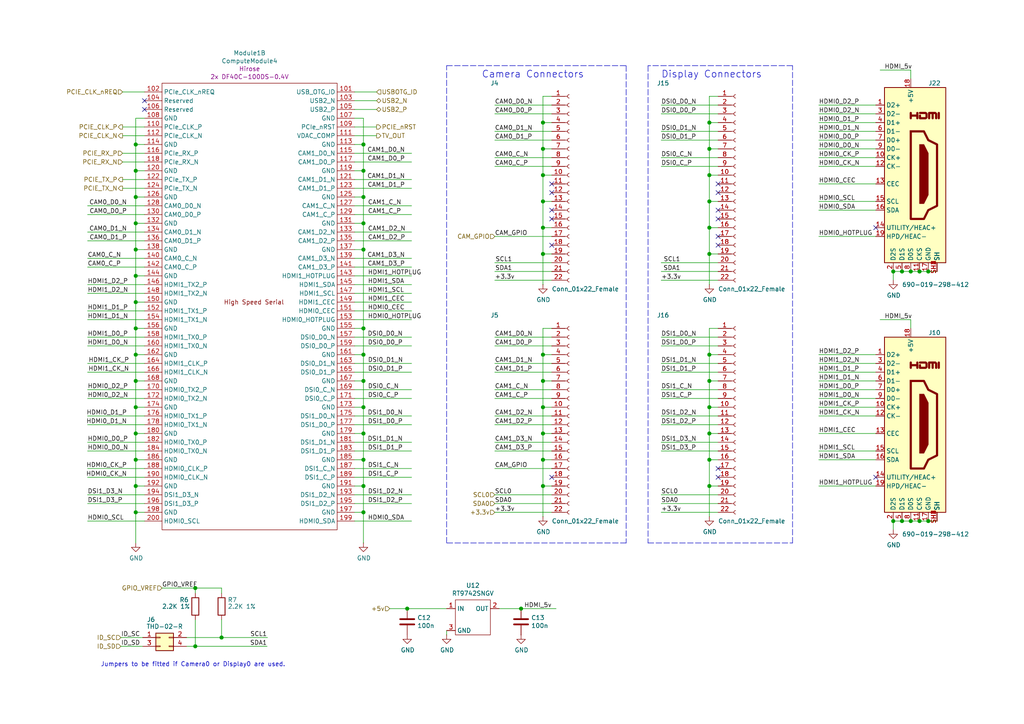
<source format=kicad_sch>
(kicad_sch (version 20231120) (generator "eeschema") (generator_version "8.0")
  (paper "A4")
  (title_block (title "Compute Module 4 IO Board - CM4 - Highspeed") (rev "1") (company "© 2020-2022 Raspberry Pi Ltd (formerly Raspberry Pi (Trading) Ltd.)") (comment 1 "www.raspberrypi.com"))
  (junction (at 56.642 187.452) (diameter 1.016))
  (junction (at 105.41 110.49) (diameter 1.016))
  (junction (at 266.7 151.13) (diameter 1.016))
  (junction (at 157.48 125.73) (diameter 1.016))
  (junction (at 261.62 151.13) (diameter 1.016))
  (junction (at 105.41 49.53) (diameter 1.016))
  (junction (at 39.37 72.39) (diameter 1.016))
  (junction (at 105.41 140.97) (diameter 1.016))
  (junction (at 205.74 140.97) (diameter 1.016))
  (junction (at 39.37 57.15) (diameter 1.016))
  (junction (at 205.74 118.11) (diameter 1.016))
  (junction (at 39.37 110.49) (diameter 1.016))
  (junction (at 105.41 41.91) (diameter 1.016))
  (junction (at 39.37 49.53) (diameter 1.016))
  (junction (at 259.08 151.13) (diameter 1.016))
  (junction (at 105.41 57.15) (diameter 1.016))
  (junction (at 205.74 125.73) (diameter 1.016))
  (junction (at 269.24 78.74) (diameter 1.016))
  (junction (at 259.08 78.74) (diameter 1.016))
  (junction (at 105.41 133.35) (diameter 1.016))
  (junction (at 157.48 102.87) (diameter 1.016))
  (junction (at 39.37 140.97) (diameter 1.016))
  (junction (at 157.48 110.49) (diameter 1.016))
  (junction (at 205.74 43.18) (diameter 1.016))
  (junction (at 105.41 64.77) (diameter 1.016))
  (junction (at 39.37 87.63) (diameter 1.016))
  (junction (at 264.16 78.74) (diameter 1.016))
  (junction (at 205.74 66.04) (diameter 1.016))
  (junction (at 105.41 148.59) (diameter 1.016))
  (junction (at 157.48 35.56) (diameter 1.016))
  (junction (at 157.48 43.18) (diameter 1.016))
  (junction (at 205.74 35.56) (diameter 1.016))
  (junction (at 157.48 118.11) (diameter 1.016))
  (junction (at 39.37 118.11) (diameter 1.016))
  (junction (at 56.642 170.561) (diameter 1.016))
  (junction (at 205.74 58.42) (diameter 1.016))
  (junction (at 157.48 58.42) (diameter 1.016))
  (junction (at 105.41 102.87) (diameter 1.016))
  (junction (at 39.37 148.59) (diameter 1.016))
  (junction (at 157.48 133.35) (diameter 1.016))
  (junction (at 269.24 151.13) (diameter 1.016))
  (junction (at 105.41 118.11) (diameter 1.016))
  (junction (at 205.74 133.35) (diameter 1.016))
  (junction (at 118.11 176.53) (diameter 1.016))
  (junction (at 39.37 64.77) (diameter 1.016))
  (junction (at 205.74 50.8) (diameter 1.016))
  (junction (at 64.262 184.912) (diameter 1.016))
  (junction (at 157.48 66.04) (diameter 1.016))
  (junction (at 39.37 125.73) (diameter 1.016))
  (junction (at 205.74 110.49) (diameter 1.016))
  (junction (at 205.74 73.66) (diameter 1.016))
  (junction (at 39.37 133.35) (diameter 1.016))
  (junction (at 105.41 95.25) (diameter 1.016))
  (junction (at 39.37 41.91) (diameter 1.016))
  (junction (at 105.41 72.39) (diameter 1.016))
  (junction (at 39.37 80.01) (diameter 1.016))
  (junction (at 266.7 78.74) (diameter 1.016))
  (junction (at 157.48 73.66) (diameter 1.016))
  (junction (at 39.37 102.87) (diameter 1.016))
  (junction (at 39.37 95.25) (diameter 1.016))
  (junction (at 157.48 50.8) (diameter 1.016))
  (junction (at 105.41 125.73) (diameter 1.016))
  (junction (at 157.48 140.97) (diameter 1.016))
  (junction (at 205.74 102.87) (diameter 1.016))
  (junction (at 264.16 151.13) (diameter 1.016))
  (junction (at 261.62 78.74) (diameter 1.016))
  (junction (at 151.13 176.53) (diameter 1.016))
  (no_connect (at 208.28 55.88))
  (no_connect (at 254 66.04))
  (no_connect (at 208.28 60.96))
  (no_connect (at 208.28 138.43))
  (no_connect (at 160.02 71.12))
  (no_connect (at 208.28 135.89))
  (no_connect (at 41.91 31.75))
  (no_connect (at 160.02 138.43))
  (no_connect (at 160.02 53.34))
  (no_connect (at 160.02 60.96))
  (no_connect (at 160.02 63.5))
  (no_connect (at 254 138.43))
  (no_connect (at 208.28 68.58))
  (no_connect (at 160.02 55.88))
  (no_connect (at 41.91 29.21))
  (no_connect (at 208.28 71.12))
  (no_connect (at 208.28 63.5))
  (no_connect (at 208.28 53.34))
  (wire (pts (xy 102.87 41.91) (xy 105.41 41.91)))
  (wire (pts (xy 35.052 184.912) (xy 41.402 184.912)))
  (wire (pts (xy 191.77 113.03) (xy 208.28 113.03)))
  (wire (pts (xy 261.62 151.13) (xy 264.16 151.13)))
  (wire (pts (xy 39.37 80.01) (xy 39.37 87.63)))
  (wire (pts (xy 41.91 62.23) (xy 25.4 62.23)))
  (wire (pts (xy 39.37 41.91) (xy 41.91 41.91)))
  (wire (pts (xy 205.74 35.56) (xy 205.74 43.18)))
  (wire (pts (xy 105.41 41.91) (xy 105.41 34.29)))
  (wire (pts (xy 205.74 125.73) (xy 208.28 125.73)))
  (wire (pts (xy 157.48 110.49) (xy 160.02 110.49)))
  (wire (pts (xy 237.49 38.1) (xy 254 38.1)))
  (wire (pts (xy 102.87 29.21) (xy 109.22 29.21)))
  (wire (pts (xy 25.4 82.55) (xy 41.91 82.55)))
  (wire (pts (xy 102.87 59.69) (xy 119.38 59.69)))
  (wire (pts (xy 143.51 45.72) (xy 160.02 45.72)))
  (wire (pts (xy 41.91 44.45) (xy 35.56 44.45)))
  (wire (pts (xy 102.87 113.03) (xy 119.38 113.03)))
  (wire (pts (xy 119.38 130.81) (xy 102.87 130.81)))
  (wire (pts (xy 259.08 151.13) (xy 259.08 153.67)))
  (wire (pts (xy 102.87 148.59) (xy 105.41 148.59)))
  (wire (pts (xy 237.49 40.64) (xy 254 40.64)))
  (wire (pts (xy 237.49 105.41) (xy 254 105.41)))
  (wire (pts (xy 64.262 179.705) (xy 64.262 184.912)))
  (wire (pts (xy 105.41 64.77) (xy 105.41 57.15)))
  (wire (pts (xy 264.16 92.71) (xy 264.16 95.25)))
  (wire (pts (xy 157.48 140.97) (xy 157.48 149.86)))
  (wire (pts (xy 151.13 176.53) (xy 161.29 176.53)))
  (wire (pts (xy 129.54 182.88) (xy 129.54 184.15)))
  (wire (pts (xy 237.49 120.65) (xy 254 120.65)))
  (wire (pts (xy 102.87 107.95) (xy 119.38 107.95)))
  (wire (pts (xy 102.87 67.31) (xy 119.38 67.31)))
  (wire (pts (xy 157.48 102.87) (xy 160.02 102.87)))
  (wire (pts (xy 237.49 125.73) (xy 254 125.73)))
  (wire (pts (xy 39.37 140.97) (xy 39.37 148.59)))
  (wire (pts (xy 39.37 125.73) (xy 39.37 133.35)))
  (wire (pts (xy 191.77 105.41) (xy 208.28 105.41)))
  (wire (pts (xy 39.37 102.87) (xy 41.91 102.87)))
  (wire (pts (xy 119.38 120.65) (xy 102.87 120.65)))
  (wire (pts (xy 143.51 128.27) (xy 160.02 128.27)))
  (wire (pts (xy 205.74 102.87) (xy 205.74 110.49)))
  (wire (pts (xy 208.28 146.05) (xy 191.77 146.05)))
  (wire (pts (xy 119.38 52.07) (xy 102.87 52.07)))
  (wire (pts (xy 102.87 90.17) (xy 119.38 90.17)))
  (wire (pts (xy 237.49 68.58) (xy 254 68.58)))
  (wire (pts (xy 191.77 38.1) (xy 208.28 38.1)))
  (wire (pts (xy 35.56 54.61) (xy 41.91 54.61)))
  (wire (pts (xy 35.052 187.452) (xy 41.402 187.452)))
  (wire (pts (xy 143.51 97.79) (xy 160.02 97.79)))
  (wire (pts (xy 160.02 81.28) (xy 143.51 81.28)))
  (wire (pts (xy 105.41 72.39) (xy 105.41 95.25)))
  (wire (pts (xy 191.77 128.27) (xy 208.28 128.27)))
  (wire (pts (xy 160.02 143.51) (xy 143.51 143.51)))
  (wire (pts (xy 157.48 133.35) (xy 160.02 133.35)))
  (wire (pts (xy 264.16 151.13) (xy 266.7 151.13)))
  (wire (pts (xy 39.37 148.59) (xy 39.37 157.48)))
  (wire (pts (xy 259.08 151.13) (xy 261.62 151.13)))
  (wire (pts (xy 143.51 123.19) (xy 160.02 123.19)))
  (wire (pts (xy 157.48 66.04) (xy 157.48 73.66)))
  (wire (pts (xy 119.38 54.61) (xy 102.87 54.61)))
  (wire (pts (xy 237.49 43.18) (xy 254 43.18)))
  (wire (pts (xy 39.37 110.49) (xy 41.91 110.49)))
  (wire (pts (xy 157.48 125.73) (xy 157.48 133.35)))
  (wire (pts (xy 25.4 74.93) (xy 41.91 74.93)))
  (wire (pts (xy 39.37 57.15) (xy 41.91 57.15)))
  (wire (pts (xy 39.37 87.63) (xy 41.91 87.63)))
  (wire (pts (xy 237.49 140.97) (xy 254 140.97)))
  (wire (pts (xy 237.49 130.81) (xy 254 130.81)))
  (polyline (pts (xy 229.87 157.48) (xy 229.87 19.05)) (stroke (width 0) (type dash)))
  (wire (pts (xy 39.37 110.49) (xy 39.37 118.11)))
  (wire (pts (xy 41.91 148.59) (xy 39.37 148.59)))
  (wire (pts (xy 102.87 102.87) (xy 105.41 102.87)))
  (wire (pts (xy 41.91 138.43) (xy 25.4 138.43)))
  (wire (pts (xy 35.56 52.07) (xy 41.91 52.07)))
  (wire (pts (xy 237.49 133.35) (xy 254 133.35)))
  (wire (pts (xy 237.49 58.42) (xy 254 58.42)))
  (wire (pts (xy 105.41 110.49) (xy 105.41 118.11)))
  (polyline (pts (xy 187.96 157.48) (xy 229.87 157.48)) (stroke (width 0) (type dash)))
  (wire (pts (xy 105.41 57.15) (xy 105.41 49.53)))
  (wire (pts (xy 143.51 135.89) (xy 160.02 135.89)))
  (wire (pts (xy 237.49 45.72) (xy 254 45.72)))
  (wire (pts (xy 25.4 130.81) (xy 41.91 130.81)))
  (wire (pts (xy 191.77 120.65) (xy 208.28 120.65)))
  (wire (pts (xy 237.49 60.96) (xy 254 60.96)))
  (wire (pts (xy 41.91 120.65) (xy 25.4 120.65)))
  (wire (pts (xy 259.08 78.74) (xy 261.62 78.74)))
  (wire (pts (xy 39.37 133.35) (xy 39.37 140.97)))
  (wire (pts (xy 255.27 92.71) (xy 264.16 92.71)))
  (wire (pts (xy 56.642 170.561) (xy 64.262 170.561)))
  (wire (pts (xy 105.41 49.53) (xy 105.41 41.91)))
  (wire (pts (xy 157.48 125.73) (xy 160.02 125.73)))
  (polyline (pts (xy 181.61 157.48) (xy 129.54 157.48)) (stroke (width 0) (type dash)))
  (wire (pts (xy 160.02 95.25) (xy 157.48 95.25)))
  (wire (pts (xy 237.49 30.48) (xy 254 30.48)))
  (wire (pts (xy 160.02 76.2) (xy 143.51 76.2)))
  (wire (pts (xy 41.91 135.89) (xy 25.4 135.89)))
  (wire (pts (xy 41.91 123.19) (xy 25.4 123.19)))
  (wire (pts (xy 237.49 115.57) (xy 254 115.57)))
  (wire (pts (xy 205.74 118.11) (xy 205.74 125.73)))
  (wire (pts (xy 41.91 69.85) (xy 25.4 69.85)))
  (polyline (pts (xy 129.54 157.48) (xy 129.54 19.05)) (stroke (width 0) (type dash)))
  (wire (pts (xy 39.37 95.25) (xy 39.37 102.87)))
  (wire (pts (xy 102.87 143.51) (xy 119.38 143.51)))
  (wire (pts (xy 143.51 38.1) (xy 160.02 38.1)))
  (wire (pts (xy 102.87 133.35) (xy 105.41 133.35)))
  (wire (pts (xy 205.74 58.42) (xy 205.74 66.04)))
  (polyline (pts (xy 129.54 19.05) (xy 181.61 19.05)) (stroke (width 0) (type dash)))
  (wire (pts (xy 143.51 113.03) (xy 160.02 113.03)))
  (wire (pts (xy 25.4 92.71) (xy 41.91 92.71)))
  (wire (pts (xy 56.642 187.452) (xy 77.47 187.452)))
  (wire (pts (xy 56.642 170.561) (xy 56.642 172.085)))
  (wire (pts (xy 35.56 36.83) (xy 41.91 36.83)))
  (wire (pts (xy 143.51 30.48) (xy 160.02 30.48)))
  (polyline (pts (xy 229.87 19.05) (xy 187.96 19.05)) (stroke (width 0) (type dash)))
  (wire (pts (xy 237.49 48.26) (xy 254 48.26)))
  (wire (pts (xy 266.7 78.74) (xy 269.24 78.74)))
  (wire (pts (xy 237.49 110.49) (xy 254 110.49)))
  (wire (pts (xy 259.08 78.74) (xy 259.08 81.28)))
  (wire (pts (xy 205.74 66.04) (xy 205.74 73.66)))
  (wire (pts (xy 39.37 49.53) (xy 39.37 57.15)))
  (wire (pts (xy 237.49 113.03) (xy 254 113.03)))
  (wire (pts (xy 102.87 118.11) (xy 105.41 118.11)))
  (wire (pts (xy 102.87 80.01) (xy 119.38 80.01)))
  (wire (pts (xy 102.87 85.09) (xy 119.38 85.09)))
  (wire (pts (xy 205.74 27.94) (xy 205.74 35.56)))
  (wire (pts (xy 39.37 125.73) (xy 41.91 125.73)))
  (wire (pts (xy 255.27 20.32) (xy 264.16 20.32)))
  (wire (pts (xy 191.77 33.02) (xy 208.28 33.02)))
  (wire (pts (xy 208.28 76.2) (xy 191.77 76.2)))
  (wire (pts (xy 157.48 118.11) (xy 160.02 118.11)))
  (wire (pts (xy 160.02 148.59) (xy 143.51 148.59)))
  (wire (pts (xy 205.74 133.35) (xy 208.28 133.35)))
  (wire (pts (xy 119.38 44.45) (xy 102.87 44.45)))
  (wire (pts (xy 208.28 143.51) (xy 191.77 143.51)))
  (wire (pts (xy 205.74 35.56) (xy 208.28 35.56)))
  (wire (pts (xy 144.78 176.53) (xy 151.13 176.53)))
  (wire (pts (xy 208.28 27.94) (xy 205.74 27.94)))
  (wire (pts (xy 39.37 118.11) (xy 41.91 118.11)))
  (wire (pts (xy 102.87 57.15) (xy 105.41 57.15)))
  (wire (pts (xy 41.91 67.31) (xy 25.4 67.31)))
  (wire (pts (xy 266.7 151.13) (xy 269.24 151.13)))
  (wire (pts (xy 119.38 100.33) (xy 102.87 100.33)))
  (wire (pts (xy 102.87 95.25) (xy 105.41 95.25)))
  (wire (pts (xy 237.49 33.02) (xy 254 33.02)))
  (wire (pts (xy 102.87 62.23) (xy 119.38 62.23)))
  (wire (pts (xy 39.37 95.25) (xy 41.91 95.25)))
  (wire (pts (xy 205.74 125.73) (xy 205.74 133.35)))
  (wire (pts (xy 25.4 97.79) (xy 41.91 97.79)))
  (wire (pts (xy 205.74 43.18) (xy 205.74 50.8)))
  (wire (pts (xy 64.262 170.561) (xy 64.262 172.085)))
  (polyline (pts (xy 187.96 19.05) (xy 187.96 157.48)) (stroke (width 0) (type dash)))
  (wire (pts (xy 205.74 140.97) (xy 208.28 140.97)))
  (wire (pts (xy 208.28 95.25) (xy 205.74 95.25)))
  (wire (pts (xy 39.37 64.77) (xy 39.37 72.39)))
  (wire (pts (xy 205.74 58.42) (xy 208.28 58.42)))
  (wire (pts (xy 102.87 110.49) (xy 105.41 110.49)))
  (wire (pts (xy 157.48 102.87) (xy 157.48 110.49)))
  (wire (pts (xy 118.11 176.53) (xy 129.54 176.53)))
  (wire (pts (xy 205.74 118.11) (xy 208.28 118.11)))
  (wire (pts (xy 105.41 34.29) (xy 102.87 34.29)))
  (wire (pts (xy 25.4 100.33) (xy 41.91 100.33)))
  (wire (pts (xy 205.74 102.87) (xy 208.28 102.87)))
  (wire (pts (xy 105.41 148.59) (xy 105.41 157.48)))
  (wire (pts (xy 208.28 148.59) (xy 191.77 148.59)))
  (wire (pts (xy 105.41 102.87) (xy 105.41 110.49)))
  (wire (pts (xy 157.48 140.97) (xy 160.02 140.97)))
  (wire (pts (xy 191.77 45.72) (xy 208.28 45.72)))
  (wire (pts (xy 25.4 128.27) (xy 41.91 128.27)))
  (wire (pts (xy 237.49 107.95) (xy 254 107.95)))
  (wire (pts (xy 39.37 118.11) (xy 39.37 125.73)))
  (wire (pts (xy 41.91 59.69) (xy 25.4 59.69)))
  (wire (pts (xy 25.4 113.03) (xy 41.91 113.03)))
  (wire (pts (xy 35.56 26.67) (xy 41.91 26.67)))
  (wire (pts (xy 102.87 138.43) (xy 119.38 138.43)))
  (wire (pts (xy 191.77 123.19) (xy 208.28 123.19)))
  (wire (pts (xy 157.48 95.25) (xy 157.48 102.87)))
  (wire (pts (xy 25.4 151.13) (xy 41.91 151.13)))
  (wire (pts (xy 102.87 69.85) (xy 119.38 69.85)))
  (wire (pts (xy 157.48 35.56) (xy 157.48 43.18)))
  (wire (pts (xy 39.37 57.15) (xy 39.37 64.77)))
  (wire (pts (xy 157.48 118.11) (xy 157.48 125.73)))
  (wire (pts (xy 105.41 133.35) (xy 105.41 140.97)))
  (wire (pts (xy 237.49 118.11) (xy 254 118.11)))
  (wire (pts (xy 39.37 41.91) (xy 39.37 49.53)))
  (wire (pts (xy 105.41 125.73) (xy 105.41 133.35)))
  (wire (pts (xy 102.87 125.73) (xy 105.41 125.73)))
  (wire (pts (xy 119.38 77.47) (xy 102.87 77.47)))
  (wire (pts (xy 205.74 66.04) (xy 208.28 66.04)))
  (polyline (pts (xy 181.61 19.05) (xy 181.61 157.48)) (stroke (width 0) (type dash)))
  (wire (pts (xy 237.49 102.87) (xy 254 102.87)))
  (wire (pts (xy 41.91 34.29) (xy 39.37 34.29)))
  (wire (pts (xy 264.16 20.32) (xy 264.16 22.86)))
  (wire (pts (xy 102.87 87.63) (xy 119.38 87.63)))
  (wire (pts (xy 39.37 87.63) (xy 39.37 95.25)))
  (wire (pts (xy 160.02 78.74) (xy 143.51 78.74)))
  (wire (pts (xy 102.87 64.77) (xy 105.41 64.77)))
  (wire (pts (xy 54.102 184.912) (xy 64.262 184.912)))
  (wire (pts (xy 191.77 130.81) (xy 208.28 130.81)))
  (wire (pts (xy 39.37 72.39) (xy 39.37 80.01)))
  (wire (pts (xy 56.642 179.705) (xy 56.642 187.452)))
  (wire (pts (xy 119.38 74.93) (xy 102.87 74.93)))
  (wire (pts (xy 102.87 140.97) (xy 105.41 140.97)))
  (wire (pts (xy 102.87 31.75) (xy 109.22 31.75)))
  (wire (pts (xy 102.87 105.41) (xy 119.38 105.41)))
  (wire (pts (xy 205.74 95.25) (xy 205.74 102.87)))
  (wire (pts (xy 102.87 146.05) (xy 119.38 146.05)))
  (wire (pts (xy 41.91 107.95) (xy 25.4 107.95)))
  (wire (pts (xy 237.49 53.34) (xy 254 53.34)))
  (wire (pts (xy 39.37 102.87) (xy 39.37 110.49)))
  (wire (pts (xy 46.99 170.561) (xy 56.642 170.561)))
  (wire (pts (xy 41.91 140.97) (xy 39.37 140.97)))
  (wire (pts (xy 102.87 135.89) (xy 119.38 135.89)))
  (wire (pts (xy 157.48 35.56) (xy 160.02 35.56)))
  (wire (pts (xy 102.87 92.71) (xy 119.38 92.71)))
  (wire (pts (xy 54.102 187.452) (xy 56.642 187.452)))
  (wire (pts (xy 143.51 33.02) (xy 160.02 33.02)))
  (wire (pts (xy 41.91 46.99) (xy 35.56 46.99)))
  (wire (pts (xy 64.262 184.912) (xy 77.597 184.912)))
  (wire (pts (xy 39.37 72.39) (xy 41.91 72.39)))
  (wire (pts (xy 191.77 100.33) (xy 208.28 100.33)))
  (wire (pts (xy 25.4 115.57) (xy 41.91 115.57)))
  (wire (pts (xy 25.4 77.47) (xy 41.91 77.47)))
  (wire (pts (xy 102.87 72.39) (xy 105.41 72.39)))
  (wire (pts (xy 191.77 107.95) (xy 208.28 107.95)))
  (wire (pts (xy 113.03 176.53) (xy 118.11 176.53)))
  (wire (pts (xy 143.51 100.33) (xy 160.02 100.33)))
  (wire (pts (xy 119.38 123.19) (xy 102.87 123.19)))
  (wire (pts (xy 160.02 27.94) (xy 157.48 27.94)))
  (wire (pts (xy 269.24 151.13) (xy 271.78 151.13)))
  (wire (pts (xy 205.74 43.18) (xy 208.28 43.18)))
  (wire (pts (xy 119.38 46.99) (xy 102.87 46.99)))
  (wire (pts (xy 208.28 78.74) (xy 191.77 78.74)))
  (wire (pts (xy 205.74 50.8) (xy 205.74 58.42)))
  (wire (pts (xy 237.49 35.56) (xy 254 35.56)))
  (wire (pts (xy 105.41 118.11) (xy 105.41 125.73)))
  (wire (pts (xy 119.38 97.79) (xy 102.87 97.79)))
  (wire (pts (xy 205.74 110.49) (xy 205.74 118.11)))
  (wire (pts (xy 205.74 133.35) (xy 205.74 140.97)))
  (wire (pts (xy 119.38 128.27) (xy 102.87 128.27)))
  (wire (pts (xy 143.51 115.57) (xy 160.02 115.57)))
  (wire (pts (xy 143.51 130.81) (xy 160.02 130.81)))
  (wire (pts (xy 157.48 27.94) (xy 157.48 35.56)))
  (wire (pts (xy 157.48 58.42) (xy 157.48 66.04)))
  (wire (pts (xy 143.51 40.64) (xy 160.02 40.64)))
  (wire (pts (xy 205.74 73.66) (xy 208.28 73.66)))
  (wire (pts (xy 102.87 36.83) (xy 109.22 36.83)))
  (wire (pts (xy 25.4 146.05) (xy 41.91 146.05)))
  (wire (pts (xy 191.77 40.64) (xy 208.28 40.64)))
  (wire (pts (xy 205.74 50.8) (xy 208.28 50.8)))
  (wire (pts (xy 105.41 140.97) (xy 105.41 148.59)))
  (wire (pts (xy 205.74 140.97) (xy 205.74 149.86)))
  (wire (pts (xy 205.74 110.49) (xy 208.28 110.49)))
  (wire (pts (xy 191.77 97.79) (xy 208.28 97.79)))
  (wire (pts (xy 105.41 95.25) (xy 105.41 102.87)))
  (wire (pts (xy 191.77 30.48) (xy 208.28 30.48)))
  (wire (pts (xy 157.48 66.04) (xy 160.02 66.04)))
  (wire (pts (xy 269.24 78.74) (xy 271.78 78.74)))
  (wire (pts (xy 25.4 90.17) (xy 41.91 90.17)))
  (wire (pts (xy 157.48 110.49) (xy 157.48 118.11)))
  (wire (pts (xy 157.48 73.66) (xy 157.48 82.55)))
  (wire (pts (xy 157.48 58.42) (xy 160.02 58.42)))
  (wire (pts (xy 39.37 64.77) (xy 41.91 64.77)))
  (wire (pts (xy 157.48 50.8) (xy 160.02 50.8)))
  (wire (pts (xy 191.77 115.57) (xy 208.28 115.57)))
  (wire (pts (xy 25.4 85.09) (xy 41.91 85.09)))
  (wire (pts (xy 39.37 133.35) (xy 41.91 133.35)))
  (wire (pts (xy 191.77 48.26) (xy 208.28 48.26)))
  (wire (pts (xy 105.41 72.39) (xy 105.41 64.77)))
  (wire (pts (xy 157.48 50.8) (xy 157.48 58.42)))
  (wire (pts (xy 157.48 73.66) (xy 160.02 73.66)))
  (wire (pts (xy 143.51 107.95) (xy 160.02 107.95)))
  (wire (pts (xy 205.74 73.66) (xy 205.74 82.55)))
  (wire (pts (xy 160.02 68.58) (xy 143.51 68.58)))
  (wire (pts (xy 102.87 115.57) (xy 119.38 115.57)))
  (wire (pts (xy 39.37 34.29) (xy 39.37 41.91)))
  (wire (pts (xy 35.56 39.37) (xy 41.91 39.37)))
  (wire (pts (xy 143.51 48.26) (xy 160.02 48.26)))
  (wire (pts (xy 41.91 105.41) (xy 25.4 105.41)))
  (wire (pts (xy 157.48 43.18) (xy 157.48 50.8)))
  (wire (pts (xy 208.28 81.28) (xy 191.77 81.28)))
  (wire (pts (xy 39.37 80.01) (xy 41.91 80.01)))
  (wire (pts (xy 39.37 49.53) (xy 41.91 49.53)))
  (wire (pts (xy 261.62 78.74) (xy 264.16 78.74)))
  (wire (pts (xy 102.87 151.13) (xy 119.38 151.13)))
  (wire (pts (xy 109.22 26.67) (xy 102.87 26.67)))
  (wire (pts (xy 25.4 143.51) (xy 41.91 143.51)))
  (wire (pts (xy 160.02 146.05) (xy 143.51 146.05)))
  (wire (pts (xy 102.87 49.53) (xy 105.41 49.53)))
  (wire (pts (xy 157.48 133.35) (xy 157.48 140.97)))
  (wire (pts (xy 157.48 43.18) (xy 160.02 43.18)))
  (wire (pts (xy 143.51 105.41) (xy 160.02 105.41)))
  (wire (pts (xy 143.51 120.65) (xy 160.02 120.65)))
  (wire (pts (xy 102.87 39.37) (xy 109.22 39.37)))
  (wire (pts (xy 264.16 78.74) (xy 266.7 78.74)))
  (wire (pts (xy 102.87 82.55) (xy 119.38 82.55)))
  (text "Jumpers to be fitted if Camera0 or Display0 are used.\n" (at 82.804 193.548 0) (effects (font (size 1.27 1.27)) (justify right bottom)))
  (text "Camera Connectors" (at 139.7 22.86 0) (effects (font (size 2.0066 2.0066)) (justify left bottom)))
  (text "Display Connectors" (at 191.77 22.86 0) (effects (font (size 2.0066 2.0066)) (justify left bottom)))
  (label "CAM0_D1_P" (at 143.51 40.64 0))
  (label "HDMI1_D1_P" (at 237.49 107.95 0))
  (label "HDMI0_CK_P" (at 36.83 135.89 180))
  (label "CAM1_D0_N" (at 143.51 97.79 0))
  (label "HDMI1_HOTPLUG" (at 106.68 80.01 0))
  (label "HDMI0_D2_N" (at 237.49 33.02 0))
  (label "DSI0_C_P" (at 106.68 115.57 0))
  (label "SCL1" (at 77.47 184.912 180))
  (label "DSI1_C_P" (at 191.77 115.57 0))
  (label "HDMI0_D2_N" (at 25.4 115.57 0))
  (label "HDMI0_D0_P" (at 237.49 40.64 0))
  (label "DSI1_D0_N" (at 116.84 120.65 180))
  (label "HDMI1_D2_P" (at 237.49 102.87 0))
  (label "HDMI0_SDA" (at 106.68 151.13 0))
  (label "CAM0_D0_P" (at 36.83 62.23 180))
  (label "DSI1_C_N" (at 191.77 113.03 0))
  (label "HDMI0_D0_N" (at 237.49 43.18 0))
  (label "HDMI0_SCL" (at 237.49 58.42 0))
  (label "GPIO_VREF" (at 46.99 170.561 0))
  (label "HDMI0_HOTPLUG" (at 106.68 92.71 0))
  (label "DSI1_D1_N" (at 116.84 128.27 180))
  (label "CAM1_D1_P" (at 143.51 107.95 0))
  (label "CAM0_C_P" (at 25.4 77.47 0))
  (label "DSI0_D0_P" (at 191.77 33.02 0))
  (label "CAM1_C_P" (at 143.51 115.57 0))
  (label "HDMI1_SCL" (at 237.49 130.81 0))
  (label "CAM1_D2_N" (at 143.51 120.65 0))
  (label "CAM0_D1_P" (at 36.83 69.85 180))
  (label "HDMI0_CK_N" (at 36.83 138.43 180))
  (label "CAM1_D3_N" (at 117.475 74.93 180))
  (label "CAM0_D0_N" (at 36.83 59.69 180))
  (label "DSI1_D0_P" (at 116.84 123.19 180))
  (label "DSI1_D2_P" (at 191.77 123.19 0))
  (label "HDMI_5v" (at 256.54 20.32 0))
  (label "HDMI0_CK_N" (at 237.49 48.26 0))
  (label "+3.3v" (at 191.77 81.28 0))
  (label "HDMI0_SCL" (at 25.4 151.13 0))
  (label "CAM1_D0_N" (at 117.475 44.45 180))
  (label "HDMI1_D0_N" (at 25.4 100.33 0))
  (label "CAM1_D2_P" (at 106.68 69.85 0))
  (label "CAM_GPIO" (at 143.51 135.89 0))
  (label "DSI1_C_P" (at 106.68 138.43 0))
  (label "HDMI0_HOTPLUG" (at 237.49 68.58 0))
  (label "HDMI0_D1_P" (at 36.83 120.65 180))
  (label "CAM1_C_P" (at 106.68 62.23 0))
  (label "SCL1" (at 148.59 76.2 180))
  (label "SDA1" (at 197.358 78.74 180))
  (label "DSI0_C_N" (at 106.68 113.03 0))
  (label "DSI1_D1_P" (at 116.84 130.81 180))
  (label "DSI0_D1_N" (at 191.77 38.1 0))
  (label "CAM1_D0_P" (at 117.475 46.99 180))
  (label "DSI1_D0_P" (at 191.77 100.33 0))
  (label "HDMI0_D0_N" (at 25.4 130.81 0))
  (label "HDMI0_D0_P" (at 25.4 128.27 0))
  (label "CAM1_D3_P" (at 117.475 77.47 180))
  (label "HDMI0_D1_N" (at 36.83 123.19 180))
  (label "CAM1_D3_P" (at 143.51 130.81 0))
  (label "SCL0" (at 191.77 143.51 0))
  (label "DSI0_D0_N" (at 191.77 30.48 0))
  (label "CAM1_D1_N" (at 117.475 52.07 180))
  (label "DSI0_D1_P" (at 191.77 40.64 0))
  (label "DSI0_D0_N" (at 116.84 97.79 180))
  (label "DSI1_D3_P" (at 25.4 146.05 0))
  (label "DSI1_D1_P" (at 191.77 107.95 0))
  (label "DSI1_D1_N" (at 191.77 105.41 0))
  (label "CAM1_D0_P" (at 143.51 100.33 0))
  (label "DSI1_D0_N" (at 191.77 97.79 0))
  (label "HDMI1_D0_P" (at 25.4 97.79 0))
  (label "HDMI0_CK_P" (at 237.49 45.72 0))
  (label "DSI0_D1_N" (at 106.68 105.41 0))
  (label "CAM1_D3_N" (at 143.51 128.27 0))
  (label "+3.3v" (at 191.77 148.59 0))
  (label "SDA0" (at 191.77 146.05 0))
  (label "SDA1" (at 77.47 187.452 180))
  (label "HDMI1_D2_N" (at 237.49 105.41 0))
  (label "HDMI1_D1_N" (at 25.4 92.71 0))
  (label "HDMI1_CEC" (at 237.49 125.73 0))
  (label "HDMI_5v" (at 160.02 176.53 180))
  (label "HDMI1_CK_P" (at 37.465 105.41 180))
  (label "HDMI_5v" (at 256.54 92.71 0))
  (label "CAM1_D1_P" (at 117.475 54.61 180))
  (label "HDMI1_SDA" (at 106.68 82.55 0))
  (label "DSI0_D1_P" (at 106.68 107.95 0))
  (label "HDMI1_CK_N" (at 237.49 120.65 0))
  (label "CAM0_D0_P" (at 143.51 33.02 0))
  (label "DSI0_C_N" (at 191.77 45.72 0))
  (label "HDMI1_SDA" (at 237.49 133.35 0))
  (label "HDMI1_D2_N" (at 25.4 85.09 0))
  (label "HDMI0_CEC" (at 106.68 90.17 0))
  (label "HDMI0_D2_P" (at 25.4 113.03 0))
  (label "CAM0_D1_N" (at 143.51 38.1 0))
  (label "CAM1_D2_P" (at 143.51 123.19 0))
  (label "DSI0_C_P" (at 191.77 48.26 0))
  (label "HDMI0_SDA" (at 237.49 60.96 0))
  (label "DSI1_D3_N" (at 25.4 143.51 0))
  (label "SDA1" (at 148.59 78.74 180))
  (label "HDMI1_CK_P" (at 237.49 118.11 0))
  (label "DSI1_D2_N" (at 191.77 120.65 0))
  (label "ID_SC" (at 40.64 184.912 180))
  (label "SCL1" (at 197.358 76.2 180))
  (label "CAM0_C_N" (at 143.51 45.72 0))
  (label "+3.3v" (at 143.51 81.28 0))
  (label "CAM1_C_N" (at 106.68 59.69 0))
  (label "CAM0_C_N" (at 25.4 74.93 0))
  (label "HDMI1_SCL" (at 106.68 85.09 0))
  (label "HDMI0_D2_P" (at 237.49 30.48 0))
  (label "CAM0_C_P" (at 143.51 48.26 0))
  (label "HDMI1_D1_N" (at 237.49 110.49 0))
  (label "DSI1_D3_P" (at 191.77 130.81 0))
  (label "SCL0" (at 143.51 143.51 0))
  (label "CAM_GPIO" (at 143.51 68.58 0))
  (label "CAM1_D1_N" (at 143.51 105.41 0))
  (label "HDMI1_D2_P" (at 25.4 82.55 0))
  (label "DSI1_D2_P" (at 106.68 146.05 0))
  (label "ID_SD" (at 40.64 187.452 180))
  (label "+3.3v" (at 143.51 148.59 0))
  (label "HDMI0_D1_P" (at 237.49 35.56 0))
  (label "HDMI1_D0_N" (at 237.49 115.57 0))
  (label "HDMI0_CEC" (at 237.49 53.34 0))
  (label "HDMI1_D1_P" (at 25.4 90.17 0))
  (label "CAM1_C_N" (at 143.51 113.03 0))
  (label "SDA0" (at 143.51 146.05 0))
  (label "CAM0_D0_N" (at 143.51 30.48 0))
  (label "DSI0_D0_P" (at 116.84 100.33 180))
  (label "HDMI0_D1_N" (at 237.49 38.1 0))
  (label "DSI1_D2_N" (at 106.68 143.51 0))
  (label "HDMI1_HOTPLUG" (at 237.49 140.97 0))
  (label "HDMI1_D0_P" (at 237.49 113.03 0))
  (label "HDMI1_CK_N" (at 37.465 107.95 180))
  (label "DSI1_D3_N" (at 191.77 128.27 0))
  (label "CAM1_D2_N" (at 106.68 67.31 0))
  (label "HDMI1_CEC" (at 106.68 87.63 0))
  (label "DSI1_C_N" (at 106.68 135.89 0))
  (label "CAM0_D1_N" (at 36.83 67.31 180))
  (hierarchical_label "SCL0" (shape input) (at 143.51 143.51 180))
  (hierarchical_label "PCIE_RX_P" (shape input) (at 35.56 44.45 180))
  (hierarchical_label "TV_OUT" (shape output) (at 109.22 39.37 0))
  (hierarchical_label "PCIE_CLK_N" (shape output) (at 35.56 39.37 180))
  (hierarchical_label "PCIE_nRST" (shape output) (at 109.22 36.83 0))
  (hierarchical_label "ID_SC" (shape input) (at 35.052 184.912 180))
  (hierarchical_label "PCIE_RX_N" (shape input) (at 35.56 46.99 180))
  (hierarchical_label "ID_SD" (shape input) (at 35.052 187.452 180))
  (hierarchical_label "PCIE_CLK_nREQ" (shape input) (at 35.56 26.67 180))
  (hierarchical_label "CAM_GPIO" (shape input) (at 143.51 68.58 180))
  (hierarchical_label "GPIO_VREF" (shape input) (at 46.99 170.561 180))
  (hierarchical_label "USBOTG_ID" (shape input) (at 109.22 26.67 0))
  (hierarchical_label "SDA0" (shape input) (at 143.51 146.05 180))
  (hierarchical_label "+3.3v" (shape input) (at 143.51 148.59 180))
  (hierarchical_label "USB2_P" (shape bidirectional) (at 109.22 31.75 0))
  (hierarchical_label "PCIE_TX_N" (shape output) (at 35.56 54.61 180))
  (hierarchical_label "+5v" (shape input) (at 113.03 176.53 180))
  (hierarchical_label "PCIE_TX_P" (shape output) (at 35.56 52.07 180))
  (hierarchical_label "USB2_N" (shape bidirectional) (at 109.22 29.21 0))
  (hierarchical_label "PCIE_CLK_P" (shape output) (at 35.56 36.83 180))
  (symbol (lib_id "power:GND") (at 259.08 81.28 0) (unit 1)
    (property "Reference" "#PWR0128" (effects (hide yes)))
    (property "Value" "GND" (at 259.207 85.6742 0))
    (property "Description" "Power symbol creates a global label with name \"GND\" , ground" (effects (hide yes)))
  )
  (symbol (lib_id "power:GND") (at 259.08 153.67 0) (unit 1)
    (property "Reference" "#PWR0129" (effects (hide yes)))
    (property "Value" "GND" (at 259.207 158.0642 0))
    (property "Description" "Power symbol creates a global label with name \"GND\" , ground" (effects (hide yes)))
  )
  (symbol (lib_id "power:GND") (at 105.41 157.48 0) (unit 1)
    (property "Reference" "#PWR0130" (effects (hide yes)))
    (property "Value" "GND" (at 105.537 161.8742 0))
    (property "Description" "Power symbol creates a global label with name \"GND\" , ground" (effects (hide yes)))
  )
  (symbol (lib_id "power:GND") (at 39.37 157.48 0) (unit 1)
    (property "Reference" "#PWR0131" (effects (hide yes)))
    (property "Value" "GND" (at 39.497 161.8742 0))
    (property "Description" "Power symbol creates a global label with name \"GND\" , ground" (effects (hide yes)))
  )
  (symbol (lib_id "Connector:Conn_01x22_Female") (at 165.1 53.34 0) (unit 1)
    (property "Reference" "J4" (at 142.24 24.13 0) (effects (justify left)))
    (property "Value" "Conn_01x22_Female" (at 160.02 83.82 0) (effects (justify left)))
    (property "Footprint" "CM4IO:Hirose_FH12-22S-0.5SH_1x22-1MP_P0.50mm_Horizontal" (effects (hide yes)))
    (property "Datasheet" "https://www.hirose.com/product/document?clcode=&productname=&series=FH12&documenttype=Catalog&lang=en&documentid=D31648_en" (effects (hide yes)))
    (property "Field4" "Mouser" (effects (hide yes)))
    (property "Field5" "798-FH12-22S-0.5SH55" (effects (hide yes)))
    (property "Field6" "FH12-22S-0.5SH55" (effects (hide yes)))
    (property "Field7" "Hirose" (effects (hide yes)))
    (property "Part Description" "22 Position FFC, FPC Connector Contacts, Bottom 0.020\" (0.50mm) Surface Mount, Right Angle" (effects (hide yes)))
  )
  (symbol (lib_id "power:GND") (at 157.48 82.55 0) (unit 1)
    (property "Reference" "#PWR0132" (effects (hide yes)))
    (property "Value" "GND" (at 157.607 86.9442 0))
    (property "Description" "Power symbol creates a global label with name \"GND\" , ground" (effects (hide yes)))
  )
  (symbol (lib_id "power:GND") (at 205.74 82.55 0) (unit 1)
    (property "Reference" "#PWR0133" (effects (hide yes)))
    (property "Value" "GND" (at 205.867 86.9442 0))
    (property "Description" "Power symbol creates a global label with name \"GND\" , ground" (effects (hide yes)))
  )
  (symbol (lib_id "power:GND") (at 157.48 149.86 0) (unit 1)
    (property "Reference" "#PWR0134" (effects (hide yes)))
    (property "Value" "GND" (at 157.607 154.2542 0))
    (property "Description" "Power symbol creates a global label with name \"GND\" , ground" (effects (hide yes)))
  )
  (symbol (lib_id "power:GND") (at 205.74 149.86 0) (unit 1)
    (property "Reference" "#PWR0135" (effects (hide yes)))
    (property "Value" "GND" (at 205.867 154.2542 0))
    (property "Description" "Power symbol creates a global label with name \"GND\" , ground" (effects (hide yes)))
  )
  (symbol (lib_id "Device:R") (at 56.642 175.895 0) (unit 1)
    (property "Reference" "R6" (at 52.07 173.99 0) (effects (justify left)))
    (property "Value" "2.2K 1%" (at 46.99 175.895 0) (effects (justify left)))
    (property "Footprint" "Resistor_SMD:R_0805_2012Metric_Pad1.20x1.40mm_HandSolder" (effects (hide yes)))
    (property "Description" "Resistor" (effects (hide yes)))
    (property "Field4" "Farnell" (effects (hide yes)))
    (property "Field5" "9239278" (effects (hide yes)))
    (property "Field7" "KOA EUROPE GMBH" (effects (hide yes)))
    (property "Field6" "RK73G1ETQTP2201D         " (effects (hide yes)))
    (property "Part Description" "Resistor 2.2K M1005 1% 63mW" (effects (hide yes)))
    (property "Field8" "120889581" (effects (hide yes)))
  )
  (symbol (lib_id "Device:R") (at 64.262 175.895 0) (unit 1)
    (property "Reference" "R7" (at 66.04 173.99 0) (effects (justify left)))
    (property "Value" "2.2K 1%" (at 66.04 175.895 0) (effects (justify left)))
    (property "Footprint" "Resistor_SMD:R_0805_2012Metric_Pad1.20x1.40mm_HandSolder" (effects (hide yes)))
    (property "Description" "Resistor" (effects (hide yes)))
    (property "Field4" "Farnell" (effects (hide yes)))
    (property "Field5" "9239278" (effects (hide yes)))
    (property "Field7" "KOA EUROPE GMBH" (effects (hide yes)))
    (property "Field6" "RK73G1ETQTP2201D         " (effects (hide yes)))
    (property "Part Description" "Resistor 2.2K M1005 1% 63mW" (effects (hide yes)))
    (property "Field8" "120889581" (effects (hide yes)))
  )
  (symbol (lib_id "Connector:Conn_01x22_Female") (at 165.1 120.65 0) (unit 1)
    (property "Reference" "J5" (at 142.24 91.44 0) (effects (justify left)))
    (property "Value" "Conn_01x22_Female" (at 160.02 151.13 0) (effects (justify left)))
    (property "Footprint" "CM4IO:Hirose_FH12-22S-0.5SH_1x22-1MP_P0.50mm_Horizontal" (effects (hide yes)))
    (property "Datasheet" "https://www.hirose.com/product/document?clcode=&productname=&series=FH12&documenttype=Catalog&lang=en&documentid=D31648_en" (effects (hide yes)))
    (property "Field4" "Mouser" (effects (hide yes)))
    (property "Field5" "798-FH12-22S-0.5SH55" (effects (hide yes)))
    (property "Field6" "FH12-22S-0.5SH55" (effects (hide yes)))
    (property "Field7" "Hirose" (effects (hide yes)))
    (property "Part Description" "22 Position FFC, FPC Connector Contacts, Bottom 0.020\" (0.50mm) Surface Mount, Right Angle" (effects (hide yes)))
  )
  (symbol (lib_id "Connector:Conn_01x22_Female") (at 213.36 53.34 0) (unit 1)
    (property "Reference" "J15" (at 190.5 24.13 0) (effects (justify left)))
    (property "Value" "Conn_01x22_Female" (at 208.28 83.82 0) (effects (justify left)))
    (property "Footprint" "CM4IO:Hirose_FH12-22S-0.5SH_1x22-1MP_P0.50mm_Horizontal" (effects (hide yes)))
    (property "Datasheet" "https://www.hirose.com/product/document?clcode=&productname=&series=FH12&documenttype=Catalog&lang=en&documentid=D31648_en" (effects (hide yes)))
    (property "Field4" "Mouser" (effects (hide yes)))
    (property "Field5" "798-FH12-22S-0.5SH55" (effects (hide yes)))
    (property "Field6" "FH12-22S-0.5SH55" (effects (hide yes)))
    (property "Field7" "Hirose" (effects (hide yes)))
    (property "Part Description" "22 Position FFC, FPC Connector Contacts, Bottom 0.020\" (0.50mm) Surface Mount, Right Angle" (effects (hide yes)))
  )
  (symbol (lib_id "Connector:Conn_01x22_Female") (at 213.36 120.65 0) (unit 1)
    (property "Reference" "J16" (at 190.5 91.44 0) (effects (justify left)))
    (property "Value" "Conn_01x22_Female" (at 208.28 151.13 0) (effects (justify left)))
    (property "Footprint" "CM4IO:Hirose_FH12-22S-0.5SH_1x22-1MP_P0.50mm_Horizontal" (effects (hide yes)))
    (property "Datasheet" "https://www.hirose.com/product/document?clcode=&productname=&series=FH12&documenttype=Catalog&lang=en&documentid=D31648_en" (effects (hide yes)))
    (property "Field4" "Mouser" (effects (hide yes)))
    (property "Field5" "798-FH12-22S-0.5SH55" (effects (hide yes)))
    (property "Field6" "FH12-22S-0.5SH55" (effects (hide yes)))
    (property "Field7" "Hirose" (effects (hide yes)))
    (property "Part Description" "22 Position FFC, FPC Connector Contacts, Bottom 0.020\" (0.50mm) Surface Mount, Right Angle" (effects (hide yes)))
  )
  (symbol (lib_id "CM4IO:HDMI_A_1.4") (at 264.16 50.8 0) (unit 1)
    (property "Reference" "J22" (at 269.24 24.13 0) (effects (justify left)))
    (property "Value" "690-019-298-412" (at 261.62 82.55 0) (effects (justify left)))
    (property "Footprint" "CM4IO:EDAC 690-019-298-412" (effects (hide yes)))
    (property "Datasheet" "https://en.wikipedia.org/wiki/HDMI" (effects (hide yes)))
    (property "Description" "HDMI 1.4+ type A connector" (effects (hide yes)))
    (property "Field4" "Farnell" (effects (hide yes)))
    (property "Field5" "2614936" (effects (hide yes)))
    (property "Field6" "690-019-298-412" (effects (hide yes)))
    (property "Field7" "EDAC" (effects (hide yes)))
    (property "Part Description" "HDMI Connector, Right Angle, 19 Contacts, Receptacle, Surface Mount, Surface Mount Right Angle" (effects (hide yes)))
    (property "Field8" "UCON00802" (effects (hide yes)))
  )
  (symbol (lib_id "CM4IO:HDMI_A_1.4") (at 264.16 123.19 0) (unit 1)
    (property "Reference" "J10" (at 269.24 96.52 0) (effects (justify left)))
    (property "Value" "690-019-298-412" (at 261.62 154.94 0) (effects (justify left)))
    (property "Footprint" "CM4IO:EDAC 690-019-298-412" (effects (hide yes)))
    (property "Datasheet" "https://en.wikipedia.org/wiki/HDMI" (effects (hide yes)))
    (property "Description" "HDMI 1.4+ type A connector" (effects (hide yes)))
    (property "Field4" "Farnell" (effects (hide yes)))
    (property "Field5" "2614936" (effects (hide yes)))
    (property "Field6" "690-019-298-412" (effects (hide yes)))
    (property "Field7" "EDAC" (effects (hide yes)))
    (property "Part Description" "HDMI Connector, Right Angle, 19 Contacts, Receptacle, Surface Mount, Surface Mount Right Angle" (effects (hide yes)))
    (property "Field8" "UCON00802" (effects (hide yes)))
  )
  (symbol (lib_id "Device:C") (at 151.13 180.34 0) (unit 1)
    (property "Reference" "C13" (at 154.051 179.1716 0) (effects (justify left)))
    (property "Value" "100n" (at 154.051 181.483 0) (effects (justify left)))
    (property "Footprint" "Capacitor_SMD:C_0805_2012Metric" (effects (hide yes)))
    (property "Description" "Unpolarized capacitor" (effects (hide yes)))
    (property "Field4" "Farnell" (effects (hide yes)))
    (property "Field5" "2611911" (effects (hide yes)))
    (property "Field6" "RM EMK105 B7104KV-F" (effects (hide yes)))
    (property "Field7" "TAIYO YUDEN EUROPE GMBH" (effects (hide yes)))
    (property "Part Description" "	0.1uF 10% 16V Ceramic Capacitor X7R 0402 (1005 Metric)" (effects (hide yes)))
    (property "Field8" "110091611" (effects (hide yes)))
  )
  (symbol (lib_id "Device:C") (at 118.11 180.34 0) (unit 1)
    (property "Reference" "C12" (at 121.031 179.1716 0) (effects (justify left)))
    (property "Value" "100n" (at 121.031 181.483 0) (effects (justify left)))
    (property "Footprint" "Capacitor_SMD:C_0805_2012Metric" (effects (hide yes)))
    (property "Description" "Unpolarized capacitor" (effects (hide yes)))
    (property "Field4" "Farnell" (effects (hide yes)))
    (property "Field5" "2611911" (effects (hide yes)))
    (property "Field6" "RM EMK105 B7104KV-F" (effects (hide yes)))
    (property "Field7" "TAIYO YUDEN EUROPE GMBH" (effects (hide yes)))
    (property "Part Description" "	0.1uF 10% 16V Ceramic Capacitor X7R 0402 (1005 Metric)" (effects (hide yes)))
    (property "Field8" "110091611" (effects (hide yes)))
  )
  (symbol (lib_id "CM4IO:RT9742SNGV") (at 134.62 180.34 0) (unit 1)
    (property "Reference" "U12" (at 137.16 169.799 0))
    (property "Value" "RT9742SNGV" (at 137.16 172.1104 0))
    (property "Footprint" "Package_TO_SOT_SMD:SOT-23" (effects (hide yes)))
    (property "Datasheet" "https://www.richtek.com/assets/product_file/RT9742/DS9742-09.pdf" (effects (hide yes)))
    (property "Field4" "Farnell" (effects (hide yes)))
    (property "Field5" "2575555" (effects (hide yes)))
    (property "Field6" "RT9742SNGV" (effects (hide yes)))
    (property "Field7" "RichTek" (effects (hide yes)))
    (property "Part Description" "Power Switch/Driver 1:1 N-Channel 500mA SOT-23-3" (effects (hide yes)))
    (property "Field8" "USWI00155" (effects (hide yes)))
  )
  (symbol (lib_id "power:GND") (at 151.13 184.15 0) (unit 1)
    (property "Reference" "#PWR0136" (effects (hide yes)))
    (property "Value" "GND" (at 151.257 188.5442 0))
    (property "Description" "Power symbol creates a global label with name \"GND\" , ground" (effects (hide yes)))
  )
  (symbol (lib_id "power:GND") (at 118.11 184.15 0) (unit 1)
    (property "Reference" "#PWR0137" (effects (hide yes)))
    (property "Value" "GND" (at 118.237 188.5442 0))
    (property "Description" "Power symbol creates a global label with name \"GND\" , ground" (effects (hide yes)))
  )
  (symbol (lib_id "power:GND") (at 129.54 184.15 0) (unit 1)
    (property "Reference" "#PWR0138" (effects (hide yes)))
    (property "Value" "GND" (at 129.667 188.5442 0))
    (property "Description" "Power symbol creates a global label with name \"GND\" , ground" (effects (hide yes)))
  )
  (symbol (lib_id "CM4IO:ComputeModule4-CM4") (at -67.31 87.63 0) (unit 2)
    (property "Reference" "Module1" (at 72.39 15.367 0))
    (property "Value" "ComputeModule4" (at 72.39 17.6784 0))
    (property "Footprint" "CM4IO:Raspberry-Pi-4-Compute-Module" (effects (hide yes)))
    (property "Field4" "Hirose" (at 72.39 19.9644 0))
    (property "Field5" "2x DF40C-100DS-0.4V" (at 72.39 22.2758 0))
    (property "Field6" "2off DF40C-100DS-0.4V" (effects (hide yes)))
    (property "Field7" "Hirose" (effects (hide yes)))
    (property "Part Description" "	100 Position Connector Receptacle, Center Strip Contacts Surface Mount Gold" (effects (hide yes)))
  )
  (symbol (lib_id "Connector_Generic:Conn_02x02_Odd_Even") (at 46.482 184.912 0) (unit 1)
    (property "Reference" "J6" (at 43.815 179.705 0))
    (property "Value" "THD-02-R" (at 47.752 181.7116 0))
    (property "Footprint" "Connector_PinHeader_2.54mm:PinHeader_2x02_P2.54mm_Vertical" (effects (hide yes)))
    (property "Description" "Generic connector, double row, 02x02, odd/even pin numbering scheme (row 1 odd numbers, row 2 even numbers), script generated (kicad-library-utils/schlib/autogen/connector/)" (effects (hide yes)))
    (property "Field4" "Toby" (effects (hide yes)))
    (property "Field5" "THD-02-R" (effects (hide yes)))
    (property "Field6" "151-604-425-761" (effects (hide yes)))
    (property "Field7" "EDAC" (effects (hide yes)))
    (property "Field8" "UCON00791" (effects (hide yes)))
    (property "Part Description" "PinHeader_2x02_P2.54mm_Vertical" (effects (hide yes)))
  )
)
</source>
